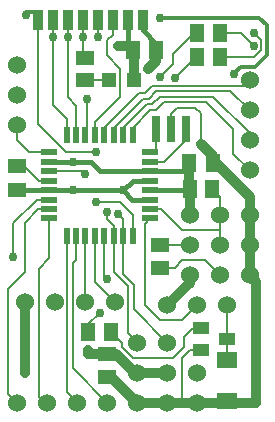
<source format=gbr>
G04 EAGLE Gerber RS-274X export*
G75*
%MOMM*%
%FSLAX34Y34*%
%LPD*%
%INTop Copper*%
%IPPOS*%
%AMOC8*
5,1,8,0,0,1.08239X$1,22.5*%
G01*
%ADD10R,1.300000X1.600000*%
%ADD11R,1.600000X1.300000*%
%ADD12R,1.200000X1.200000*%
%ADD13R,1.500000X1.300000*%
%ADD14R,1.300000X1.500000*%
%ADD15R,1.400000X1.000000*%
%ADD16R,0.812800X1.676400*%
%ADD17R,1.473200X0.508000*%
%ADD18R,0.508000X1.473200*%
%ADD19C,1.524000*%
%ADD20R,1.800000X1.400000*%
%ADD21R,0.635000X2.286000*%
%ADD22C,0.203200*%
%ADD23C,0.756400*%
%ADD24C,0.304800*%
%ADD25C,0.812800*%
%ADD26C,0.406400*%
%ADD27C,0.152400*%


D10*
X133825Y311150D03*
X113825Y311150D03*
X161450Y215900D03*
X181450Y215900D03*
D11*
X92075Y54450D03*
X92075Y34450D03*
X15875Y213200D03*
X15875Y193200D03*
D12*
X114525Y285750D03*
X93525Y285750D03*
D13*
X136525Y127050D03*
X136525Y146050D03*
D14*
X95114Y73030D03*
X76114Y73030D03*
D13*
X73025Y285800D03*
X73025Y304800D03*
D15*
X193675Y66650D03*
X171675Y57150D03*
X171675Y76150D03*
D16*
X33475Y336550D03*
X46175Y336550D03*
X58875Y336550D03*
X71575Y336550D03*
X84275Y336550D03*
X96975Y336550D03*
X109675Y336550D03*
X122375Y336550D03*
D17*
X128143Y168910D03*
X128143Y176784D03*
X128143Y184912D03*
X128143Y192786D03*
X128143Y200914D03*
X128143Y208788D03*
X128143Y216916D03*
X128143Y224790D03*
D18*
X113665Y239268D03*
X105791Y239268D03*
X97663Y239268D03*
X89789Y239268D03*
X81661Y239268D03*
X73787Y239268D03*
X65659Y239268D03*
X57785Y239268D03*
D17*
X43307Y224790D03*
X43307Y216916D03*
X43307Y208788D03*
X43307Y200914D03*
X43307Y192786D03*
X43307Y184912D03*
X43307Y176784D03*
X43307Y168910D03*
D18*
X57785Y154432D03*
X65659Y154432D03*
X73787Y154432D03*
X81661Y154432D03*
X89789Y154432D03*
X97663Y154432D03*
X105791Y154432D03*
X113665Y154432D03*
D19*
X15875Y298450D03*
X15875Y273050D03*
X15875Y247650D03*
X22225Y98425D03*
X47625Y98425D03*
X73025Y98425D03*
X98425Y98425D03*
X161925Y120650D03*
X187325Y120650D03*
X212725Y120650D03*
D20*
X193675Y48750D03*
X193675Y14750D03*
D19*
X142875Y95250D03*
X168275Y95250D03*
X193675Y95250D03*
X161925Y146050D03*
X187325Y146050D03*
X212725Y146050D03*
X117475Y12700D03*
X117475Y38100D03*
X142875Y12700D03*
X142875Y38100D03*
X168275Y12700D03*
X168275Y38100D03*
X15875Y12700D03*
X41275Y12700D03*
X66675Y12700D03*
X92075Y12700D03*
X212725Y209550D03*
X212725Y234950D03*
X212725Y260350D03*
X212725Y285750D03*
X161925Y171450D03*
X187325Y171450D03*
X212725Y171450D03*
D14*
X180950Y193675D03*
X161950Y193675D03*
D21*
X158750Y244470D03*
X146050Y244470D03*
X133350Y244470D03*
D14*
X187585Y325958D03*
X168585Y325958D03*
X187585Y305288D03*
X168585Y305288D03*
D19*
X117683Y63602D03*
X143083Y63602D03*
D22*
X33475Y249100D02*
X33475Y336550D01*
X33475Y249100D02*
X57150Y225425D01*
X82550Y225425D01*
D23*
X82550Y225425D03*
X82550Y182570D03*
D22*
X103185Y182570D01*
X113665Y172090D01*
X113665Y154432D01*
D24*
X33475Y336550D02*
X33475Y343449D01*
X23851Y343449D01*
X23851Y341368D01*
D23*
X23851Y341368D03*
D22*
X96975Y336550D02*
X96975Y324351D01*
X92222Y319598D01*
X92222Y306878D01*
X103353Y295747D01*
X103353Y271897D01*
X81661Y250205D02*
X81661Y239268D01*
X81661Y250205D02*
X103353Y271897D01*
X84272Y336547D02*
X84275Y336550D01*
X84272Y336547D02*
X84272Y322778D01*
D23*
X84272Y322778D03*
X74732Y270307D03*
D22*
X74732Y240213D01*
X73787Y239268D01*
X71435Y336410D02*
X71575Y336550D01*
X71435Y336410D02*
X71435Y306390D01*
X73025Y304800D01*
X43307Y224790D02*
X26035Y224790D01*
X15875Y234950D02*
X15875Y247650D01*
X15875Y234950D02*
X26035Y224790D01*
D23*
X71552Y322778D03*
D22*
X71552Y336527D02*
X71575Y336550D01*
X71552Y336527D02*
X71552Y322778D01*
X58875Y322778D02*
X58875Y336550D01*
X58875Y322778D02*
X58875Y271325D01*
X65659Y264541D02*
X65659Y239268D01*
X65659Y264541D02*
X58875Y271325D01*
D23*
X58875Y322778D03*
D22*
X46175Y322778D02*
X46175Y336550D01*
X46175Y322778D02*
X46175Y264975D01*
X57785Y253365D02*
X57785Y239268D01*
X57785Y253365D02*
X46175Y264975D01*
D23*
X46175Y322778D03*
D25*
X117475Y38100D02*
X142875Y38100D01*
X117475Y38100D02*
X115885Y38100D01*
X99535Y54450D01*
X92075Y54450D01*
X76200Y54450D01*
X76200Y57150D01*
D23*
X76200Y57150D03*
D22*
X43307Y200914D02*
X34036Y200914D01*
X21750Y213200D02*
X15875Y213200D01*
X21750Y213200D02*
X34036Y200914D01*
X136525Y127050D02*
X149275Y127050D01*
X155575Y133350D01*
X174625Y133350D01*
X187325Y120650D01*
X89789Y119761D02*
X89789Y154432D01*
X89789Y119761D02*
X92075Y117475D01*
D23*
X92075Y117475D03*
X22225Y38100D03*
D25*
X22225Y98425D01*
D22*
X136525Y146050D02*
X161925Y146050D01*
D25*
X161925Y120650D02*
X161925Y114300D01*
X142875Y95250D01*
D26*
X128143Y208788D02*
X86487Y208788D01*
X78359Y216916D02*
X63500Y216916D01*
X43307Y216916D01*
X78359Y216916D02*
X86487Y208788D01*
D23*
X63500Y216916D03*
D26*
X122375Y328475D02*
X122375Y336550D01*
X133825Y317025D02*
X133825Y311150D01*
X133825Y317025D02*
X122375Y328475D01*
D23*
X127000Y295275D03*
D25*
X133825Y302100D02*
X133825Y311150D01*
X133825Y302100D02*
X127000Y295275D01*
X161925Y193650D02*
X161925Y171450D01*
X161925Y193650D02*
X161950Y193675D01*
X161450Y209550D02*
X161450Y215900D01*
X161450Y209550D02*
X161450Y194125D01*
X161925Y193650D01*
D26*
X161061Y192786D02*
X128143Y192786D01*
X161061Y192786D02*
X161925Y193650D01*
X160688Y208788D02*
X128143Y208788D01*
X160688Y208788D02*
X161450Y209550D01*
D25*
X142875Y12700D02*
X117475Y12700D01*
X142875Y12700D02*
X155575Y12700D01*
X168275Y12700D01*
X191625Y12700D01*
X193675Y14750D01*
X218315Y12700D02*
X168275Y12700D01*
X218315Y115060D02*
X212725Y120650D01*
X218315Y115060D02*
X218315Y12700D01*
X212725Y120650D02*
X212725Y146050D01*
X212725Y171450D01*
X95725Y34450D02*
X117475Y12700D01*
X95725Y34450D02*
X92075Y34450D01*
D22*
X161925Y57150D02*
X171675Y57150D01*
X161925Y57150D02*
X155575Y50800D01*
X155575Y12700D01*
D26*
X42893Y193200D02*
X15875Y193200D01*
X42893Y193200D02*
X43307Y192786D01*
X63500Y192786D01*
X105664Y192786D01*
X113538Y184912D01*
X128143Y184912D01*
X113792Y200914D02*
X105664Y192786D01*
X113792Y200914D02*
X128143Y200914D01*
D23*
X105664Y192786D03*
X63500Y192786D03*
D25*
X212725Y187325D02*
X212725Y171450D01*
D26*
X109675Y315300D02*
X109675Y336550D01*
X109675Y315300D02*
X114525Y310450D01*
D25*
X114525Y285750D01*
D22*
X114525Y310450D02*
X113825Y311150D01*
D25*
X184150Y215900D02*
X212725Y187325D01*
X184150Y215900D02*
X181450Y215900D01*
X181450Y221775D01*
X171450Y231775D01*
D23*
X171450Y231775D03*
D22*
X171450Y257861D01*
X166954Y262357D01*
X151054Y262357D01*
X146050Y257353D01*
D23*
X114483Y297337D03*
X101707Y314828D03*
D25*
X109203Y314828D01*
X109675Y315300D01*
D22*
X146050Y257353D02*
X146050Y244470D01*
X168275Y95250D02*
X155575Y82550D01*
X123825Y164592D02*
X128143Y168910D01*
X136876Y82550D02*
X155575Y82550D01*
X136876Y82550D02*
X123825Y95601D01*
X123825Y164592D01*
X76322Y73238D02*
X76114Y73030D01*
X76322Y73238D02*
X76322Y79502D01*
X85862Y89042D01*
D23*
X85862Y89042D03*
D22*
X43307Y184912D02*
X32512Y184912D01*
X12700Y165100D02*
X12700Y136525D01*
D23*
X12700Y136525D03*
D22*
X12700Y165100D02*
X32512Y184912D01*
D27*
X165192Y76150D02*
X171675Y76150D01*
D22*
X165192Y76150D02*
X157414Y68372D01*
X157414Y60422D01*
X147874Y50881D01*
X114082Y50881D02*
X104654Y60310D01*
X104654Y63490D02*
X95114Y73030D01*
X104654Y63490D02*
X104654Y60310D01*
X114082Y50881D02*
X147874Y50881D01*
X193675Y48750D02*
X193675Y66650D01*
X193675Y95250D01*
X198415Y223860D02*
X198415Y244531D01*
X198415Y223860D02*
X212725Y209550D01*
X128793Y260767D02*
X113665Y245638D01*
X128793Y260767D02*
X133563Y260767D01*
X139924Y267127D01*
X175819Y267127D01*
X198415Y244531D01*
X113665Y245638D02*
X113665Y239268D01*
X212725Y241310D02*
X212725Y234950D01*
X125613Y265537D02*
X105791Y245715D01*
X125613Y265537D02*
X130383Y265537D01*
X136743Y271897D01*
X182138Y271897D01*
X212725Y241310D01*
X105791Y239268D02*
X105791Y245715D01*
X97663Y245537D02*
X122433Y270307D01*
X127203Y270307D01*
X133563Y276667D01*
X196408Y276667D01*
X212725Y260350D01*
X97663Y245537D02*
X97663Y239268D01*
X207980Y281005D02*
X212725Y285750D01*
X119253Y275077D02*
X89789Y245613D01*
X124023Y275077D02*
X130383Y281437D01*
X207549Y281437D01*
X207980Y281005D01*
X124023Y275077D02*
X119253Y275077D01*
X89789Y245613D02*
X89789Y239268D01*
X73075Y285750D02*
X73025Y285800D01*
X73075Y285750D02*
X93525Y285750D01*
X81661Y115189D02*
X98425Y98425D01*
X81661Y115189D02*
X81661Y154432D01*
X73787Y99187D02*
X73025Y98425D01*
X73787Y99187D02*
X73787Y154432D01*
D23*
X136743Y338679D03*
D24*
X221016Y338679D01*
X227376Y332318D01*
X205339Y297561D02*
X200345Y292567D01*
X205339Y297561D02*
X217583Y297561D01*
X227376Y307353D02*
X227376Y332318D01*
X227376Y307353D02*
X217583Y297561D01*
X200345Y292567D02*
X200345Y291945D01*
X199861Y291461D01*
D23*
X199861Y291461D03*
D22*
X97663Y162687D02*
X97663Y154432D01*
X97663Y162687D02*
X92075Y168275D01*
X92075Y174635D01*
D23*
X92075Y174635D03*
X137127Y288925D03*
D22*
X147874Y299672D01*
X147874Y308468D01*
X165364Y325958D01*
X168585Y325958D01*
X97663Y154432D02*
X97663Y123353D01*
X109713Y71572D02*
X117683Y63602D01*
X109713Y111303D02*
X97663Y123353D01*
X109713Y111303D02*
X109713Y71572D01*
X105791Y154432D02*
X105791Y168849D01*
X101600Y173040D01*
D23*
X101600Y173040D03*
X149926Y288161D03*
D22*
X167053Y305288D01*
X168585Y305288D01*
X105791Y154432D02*
X105791Y121585D01*
X114483Y112893D01*
X114483Y92222D01*
X143083Y63622D02*
X143083Y63602D01*
X143083Y63622D02*
X114483Y92222D01*
X128143Y176784D02*
X137541Y176784D01*
X155575Y158750D01*
X187325Y158750D01*
X187325Y171450D01*
X187325Y158750D02*
X187325Y146050D01*
X187325Y171450D02*
X187325Y187300D01*
X180950Y193675D01*
X70612Y208788D02*
X43307Y208788D01*
X70612Y208788D02*
X73025Y206375D01*
D23*
X73025Y206375D03*
D22*
X33909Y176784D02*
X22225Y165100D01*
X33909Y176784D02*
X43307Y176784D01*
X22225Y165100D02*
X22225Y123825D01*
X8001Y109601D01*
X8001Y20574D01*
X15875Y12700D01*
X39607Y12700D02*
X41275Y12700D01*
X39607Y12700D02*
X34290Y18017D01*
X34290Y126365D01*
X43307Y135382D01*
X43307Y168910D01*
X57785Y21590D02*
X66675Y12700D01*
X57785Y21590D02*
X57785Y154432D01*
X65659Y134002D02*
X62865Y131208D01*
X65659Y134002D02*
X65659Y154432D01*
X62865Y41910D02*
X92075Y12700D01*
X62865Y41910D02*
X62865Y131208D01*
X131323Y224790D02*
X133350Y226817D01*
X131323Y224790D02*
X128143Y224790D01*
X133350Y226817D02*
X133350Y244470D01*
X128143Y216916D02*
X140594Y216916D01*
X158750Y235072D02*
X158750Y244470D01*
X158750Y235072D02*
X140594Y216916D01*
D23*
X216245Y314828D03*
D22*
X205115Y325958D01*
X187585Y325958D01*
D23*
X216245Y325958D03*
D22*
X222606Y319598D01*
X222606Y311648D01*
X216245Y305288D01*
X187585Y305288D01*
M02*

</source>
